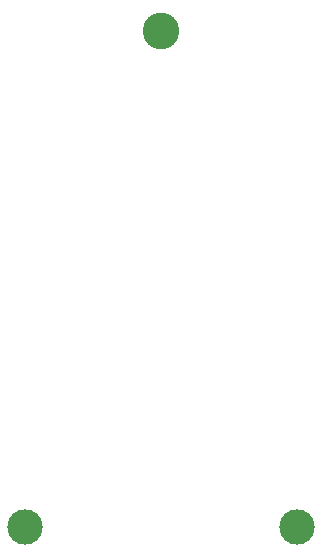
<source format=gbr>
M48
;DRILL file {Pcbnew (2013-may-18)-stable} date Пт 28 авг 2015 20:21:19
;FORMAT={-:-/ absolute / inch / decimal}
FMAT,2
INCH,TZ
T1C0.118
T2C0.122
%
G90
G05
M72
T1
X0.7082Y-2.784
X1.6137Y-2.784
T2
X1.1609Y-1.1305
T0
M30

</source>
